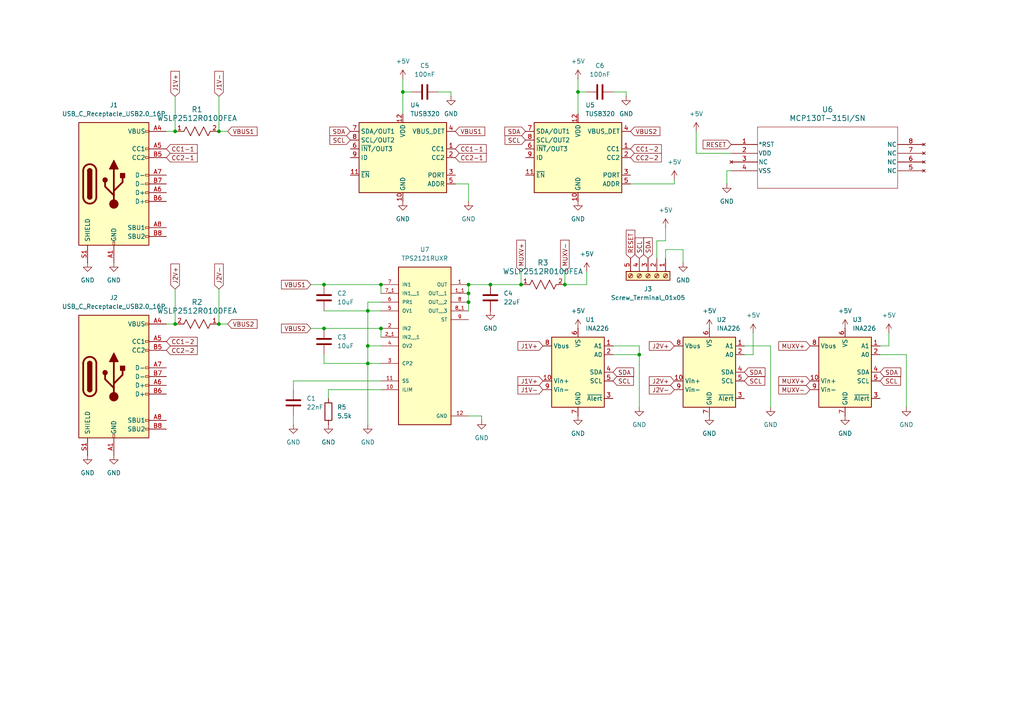
<source format=kicad_sch>
(kicad_sch (version 20250114) (generator "eeschema") (generator_version "9.0")
  (paper "A4")
  (lib_symbols
    (symbol "Connector:Screw_Terminal_01x05" (pin_names (offset 1.016) (hide yes))
      (property "Reference" "J" (at 0 7.62 0))
      (property "Value" "Screw_Terminal_01x05" (at 0 -7.62 0))
      (symbol "Screw_Terminal_01x05_1_1"
        (rectangle (start -1.27 6.35) (end 1.27 -6.35) (stroke (width 0.254)) (fill (type background)))
        (polyline (pts (xy -0.5334 5.4102) (xy 0.3302 4.572)) (stroke (width 0.1524)))
        (polyline (pts (xy -0.5334 2.8702) (xy 0.3302 2.032)) (stroke (width 0.1524)))
        (polyline (pts (xy -0.5334 0.3302) (xy 0.3302 -0.508)) (stroke (width 0.1524)))
        (polyline (pts (xy -0.5334 -2.2098) (xy 0.3302 -3.048)) (stroke (width 0.1524)))
        (polyline (pts (xy -0.5334 -4.7498) (xy 0.3302 -5.588)) (stroke (width 0.1524)))
        (polyline (pts (xy -0.3556 5.588) (xy 0.508 4.7498)) (stroke (width 0.1524)))
        (polyline (pts (xy -0.3556 3.048) (xy 0.508 2.2098)) (stroke (width 0.1524)))
        (polyline (pts (xy -0.3556 0.508) (xy 0.508 -0.3302)) (stroke (width 0.1524)))
        (polyline (pts (xy -0.3556 -2.032) (xy 0.508 -2.8702)) (stroke (width 0.1524)))
        (polyline (pts (xy -0.3556 -4.572) (xy 0.508 -5.4102)) (stroke (width 0.1524)))
        (circle (center 0 5.08) (radius 0.635) (stroke (width 0.1524)))
        (circle (center 0 2.54) (radius 0.635) (stroke (width 0.1524)))
        (circle (center 0 0) (radius 0.635) (stroke (width 0.1524)))
        (circle (center 0 -2.54) (radius 0.635) (stroke (width 0.1524)))
        (circle (center 0 -5.08) (radius 0.635) (stroke (width 0.1524)))
        (pin passive line (at -5.08 5.08 0) (length 3.81) (name "Pin_1") (number "1"))
        (pin passive line (at -5.08 2.54 0) (length 3.81) (name "Pin_2") (number "2"))
        (pin passive line (at -5.08 0 0) (length 3.81) (name "Pin_3") (number "3"))
        (pin passive line (at -5.08 -2.54 0) (length 3.81) (name "Pin_4") (number "4"))
        (pin passive line (at -5.08 -5.08 0) (length 3.81) (name "Pin_5") (number "5"))
      )
    )
    (symbol "Connector:USB_C_Receptacle_USB2.0_16P" (pin_names (offset 1.016))
      (property "Reference" "J" (at 0 22.225 0))
      (property "Value" "USB_C_Receptacle_USB2.0_16P" (at 0 19.685 0))
      (symbol "USB_C_Receptacle_USB2.0_16P_0_0"
        (rectangle (start -0.254 -17.78) (end 0.254 -16.764))
        (rectangle (start 10.16 15.494) (end 9.144 14.986))
        (rectangle (start 10.16 10.414) (end 9.144 9.906))
        (rectangle (start 10.16 7.874) (end 9.144 7.366))
        (rectangle (start 10.16 2.794) (end 9.144 2.286))
        (rectangle (start 10.16 0.254) (end 9.144 -0.254))
        (rectangle (start 10.16 -2.286) (end 9.144 -2.794))
        (rectangle (start 10.16 -4.826) (end 9.144 -5.334))
        (rectangle (start 10.16 -12.446) (end 9.144 -12.954))
        (rectangle (start 10.16 -14.986) (end 9.144 -15.494))
      )
      (symbol "USB_C_Receptacle_USB2.0_16P_0_1"
        (rectangle (start -10.16 17.78) (end 10.16 -17.78) (stroke (width 0.254)) (fill (type background)))
        (polyline (pts (xy -8.89 -3.81) (xy -8.89 3.81)) (stroke (width 0.508)))
        (rectangle (start -7.62 -3.81) (end -6.35 3.81) (stroke (width 0.254)) (fill (type outline)))
        (arc (start -7.62 3.81) (mid -6.985 4.4423) (end -6.35 3.81) (stroke (width 0.254)))
        (arc (start -7.62 3.81) (mid -6.985 4.4423) (end -6.35 3.81) (stroke (width 0.254)) (fill (type outline)))
        (arc (start -8.89 3.81) (mid -6.985 5.7067) (end -5.08 3.81) (stroke (width 0.508)))
        (arc (start -5.08 -3.81) (mid -6.985 -5.7067) (end -8.89 -3.81) (stroke (width 0.508)))
        (arc (start -6.35 -3.81) (mid -6.985 -4.4423) (end -7.62 -3.81) (stroke (width 0.254)))
        (arc (start -6.35 -3.81) (mid -6.985 -4.4423) (end -7.62 -3.81) (stroke (width 0.254)) (fill (type outline)))
        (polyline (pts (xy -5.08 3.81) (xy -5.08 -3.81)) (stroke (width 0.508)))
        (circle (center -2.54 1.143) (radius 0.635) (stroke (width 0.254)) (fill (type outline)))
        (polyline (pts (xy -1.27 4.318) (xy 0 6.858) (xy 1.27 4.318) (xy -1.27 4.318)) (stroke (width 0.254)) (fill (type outline)))
        (polyline (pts (xy 0 -2.032) (xy 2.54 0.508) (xy 2.54 1.778)) (stroke (width 0.508)))
        (polyline (pts (xy 0 -3.302) (xy -2.54 -0.762) (xy -2.54 0.508)) (stroke (width 0.508)))
        (polyline (pts (xy 0 -5.842) (xy 0 4.318)) (stroke (width 0.508)))
        (circle (center 0 -5.842) (radius 1.27) (fill (type outline)))
        (rectangle (start 1.905 1.778) (end 3.175 3.048) (stroke (width 0.254)) (fill (type outline)))
      )
      (symbol "USB_C_Receptacle_USB2.0_16P_1_1"
        (pin passive line (at -7.62 -22.86 90) (length 5.08) (name "SHIELD") (number "S1"))
        (pin passive line (at 0 -22.86 90) (length 5.08) (name "GND") (number "A1"))
        (pin passive line (at 0 -22.86 90) (length 5.08) (hide yes) (name "GND") (number "A12"))
        (pin passive line (at 0 -22.86 90) (length 5.08) (hide yes) (name "GND") (number "B1"))
        (pin passive line (at 0 -22.86 90) (length 5.08) (hide yes) (name "GND") (number "B12"))
        (pin passive line (at 15.24 15.24 180) (length 5.08) (name "VBUS") (number "A4"))
        (pin passive line (at 15.24 15.24 180) (length 5.08) (hide yes) (name "VBUS") (number "A9"))
        (pin passive line (at 15.24 15.24 180) (length 5.08) (hide yes) (name "VBUS") (number "B4"))
        (pin passive line (at 15.24 15.24 180) (length 5.08) (hide yes) (name "VBUS") (number "B9"))
        (pin bidirectional line (at 15.24 10.16 180) (length 5.08) (name "CC1") (number "A5"))
        (pin bidirectional line (at 15.24 7.62 180) (length 5.08) (name "CC2") (number "B5"))
        (pin bidirectional line (at 15.24 2.54 180) (length 5.08) (name "D-") (number "A7"))
        (pin bidirectional line (at 15.24 0 180) (length 5.08) (name "D-") (number "B7"))
        (pin bidirectional line (at 15.24 -2.54 180) (length 5.08) (name "D+") (number "A6"))
        (pin bidirectional line (at 15.24 -5.08 180) (length 5.08) (name "D+") (number "B6"))
        (pin bidirectional line (at 15.24 -12.7 180) (length 5.08) (name "SBU1") (number "A8"))
        (pin bidirectional line (at 15.24 -15.24 180) (length 5.08) (name "SBU2") (number "B8"))
      )
    )
    (symbol "Device:C" (pin_numbers (hide yes)) (pin_names (offset 0.254))
      (property "Reference" "C" (at 0.635 2.54 0))
      (property "Value" "C" (at 0.635 -2.54 0))
      (symbol "C_0_1"
        (polyline (pts (xy -2.032 0.762) (xy 2.032 0.762)) (stroke (width 0.508)))
        (polyline (pts (xy -2.032 -0.762) (xy 2.032 -0.762)) (stroke (width 0.508)))
      )
      (symbol "C_1_1"
        (pin passive line (at 0 3.81 270) (length 2.794) (name "~") (number "1"))
        (pin passive line (at 0 -3.81 90) (length 2.794) (name "~") (number "2"))
      )
    )
    (symbol "Device:R" (pin_numbers (hide yes)) (pin_names (offset 0))
      (property "Reference" "R" (at 2.032 0 90))
      (property "Value" "R" (at 0 0 90))
      (symbol "R_0_1"
        (rectangle (start -1.016 -2.54) (end 1.016 2.54) (stroke (width 0.254)))
      )
      (symbol "R_1_1"
        (pin passive line (at 0 3.81 270) (length 1.27) (name "~") (number "1"))
        (pin passive line (at 0 -3.81 90) (length 1.27) (name "~") (number "2"))
      )
    )
    (symbol "Interface_USB:TUSB320"
      (property "Reference" "U" (at -11.43 11.43 0))
      (property "Value" "TUSB320" (at 7.62 11.43 0))
      (symbol "TUSB320_0_1"
        (rectangle (start -12.7 10.16) (end 12.7 -10.16) (stroke (width 0.254)) (fill (type background)))
      )
      (symbol "TUSB320_1_1"
        (pin bidirectional line (at -15.24 7.62 0) (length 2.54) (name "SDA/OUT1") (number "7"))
        (pin bidirectional line (at -15.24 5.08 0) (length 2.54) (name "SCL/OUT2") (number "8"))
        (pin open_collector line (at -15.24 2.54 0) (length 2.54) (name "~{INT}/OUT3") (number "6"))
        (pin open_collector line (at -15.24 0 0) (length 2.54) (name "ID") (number "9"))
        (pin input line (at -15.24 -5.08 0) (length 2.54) (name "~{EN}") (number "11"))
        (pin power_in line (at 0 12.7 270) (length 2.54) (name "VDD") (number "12"))
        (pin power_in line (at 0 -12.7 90) (length 2.54) (name "GND") (number "10"))
        (pin input line (at 15.24 7.62 180) (length 2.54) (name "VBUS_DET") (number "4"))
        (pin bidirectional line (at 15.24 2.54 180) (length 2.54) (name "CC1") (number "1"))
        (pin bidirectional line (at 15.24 0 180) (length 2.54) (name "CC2") (number "2"))
        (pin input line (at 15.24 -5.08 180) (length 2.54) (name "PORT") (number "3"))
        (pin input line (at 15.24 -7.62 180) (length 2.54) (name "ADDR") (number "5"))
      )
    )
    (symbol "MCP130T-315I/SN:MCP130T-315I_SN" (pin_names (offset 0.254))
      (property "Reference" "U" (at 27.94 10.16 0))
      (property "Value" "MCP130T-315I/SN" (at 27.94 7.62 0))
      (symbol "MCP130T-315I_SN_0_1"
        (polyline (pts (xy 7.62 5.08) (xy 7.62 -12.7)) (stroke (width 0.127)))
        (polyline (pts (xy 7.62 -12.7) (xy 48.26 -12.7)) (stroke (width 0.127)))
        (polyline (pts (xy 48.26 5.08) (xy 7.62 5.08)) (stroke (width 0.127)))
        (polyline (pts (xy 48.26 -12.7) (xy 48.26 5.08)) (stroke (width 0.127)))
        (pin unspecified line (at 0 0 0) (length 7.62) (name "*RST") (number "1"))
        (pin power_in line (at 0 -2.54 0) (length 7.62) (name "VDD") (number "2"))
        (pin no_connect line (at 0 -5.08 0) (length 7.62) (name "NC") (number "3"))
        (pin power_in line (at 0 -7.62 0) (length 7.62) (name "VSS") (number "4"))
        (pin no_connect line (at 55.88 0 180) (length 7.62) (name "NC") (number "8"))
        (pin no_connect line (at 55.88 -2.54 180) (length 7.62) (name "NC") (number "7"))
        (pin no_connect line (at 55.88 -5.08 180) (length 7.62) (name "NC") (number "6"))
        (pin no_connect line (at 55.88 -7.62 180) (length 7.62) (name "NC") (number "5"))
      )
    )
    (symbol "Sensor_Energy:INA226"
      (property "Reference" "U" (at -6.35 11.43 0))
      (property "Value" "INA226" (at 3.81 11.43 0))
      (symbol "INA226_0_1"
        (rectangle (start 7.62 10.16) (end -7.62 -10.16) (stroke (width 0.254)) (fill (type background)))
      )
      (symbol "INA226_1_1"
        (pin input line (at -10.16 7.62 0) (length 2.54) (name "Vbus") (number "8"))
        (pin input line (at -10.16 -2.54 0) (length 2.54) (name "Vin+") (number "10"))
        (pin input line (at -10.16 -5.08 0) (length 2.54) (name "Vin-") (number "9"))
        (pin power_in line (at 0 12.7 270) (length 2.54) (name "VS") (number "6"))
        (pin power_in line (at 0 -12.7 90) (length 2.54) (name "GND") (number "7"))
        (pin input line (at 10.16 7.62 180) (length 2.54) (name "A1") (number "1"))
        (pin input line (at 10.16 5.08 180) (length 2.54) (name "A0") (number "2"))
        (pin bidirectional line (at 10.16 0 180) (length 2.54) (name "SDA") (number "4"))
        (pin input line (at 10.16 -2.54 180) (length 2.54) (name "SCL") (number "5"))
        (pin open_collector line (at 10.16 -7.62 180) (length 2.54) (name "~{Alert}") (number "3"))
      )
    )
    (symbol "TPS2121RUXR:TPS2121RUXR" (pin_names (offset 1.016))
      (property "Reference" "U" (at -7.62 21.082 0))
      (property "Value" "TPS2121RUXR" (at -7.62 -27.94 0))
      (symbol "TPS2121RUXR_0_0"
        (rectangle (start -7.62 -25.4) (end 7.62 20.32) (stroke (width 0.254)) (fill (type background)))
        (pin input line (at -12.7 15.24 0) (length 5.08) (name "IN1") (number "7"))
        (pin input line (at -12.7 12.7 0) (length 5.08) (name "IN1__1") (number "7_1"))
        (pin input line (at -12.7 10.16 0) (length 5.08) (name "PR1") (number "6"))
        (pin input line (at -12.7 7.62 0) (length 5.08) (name "OV1") (number "5"))
        (pin input line (at -12.7 2.54 0) (length 5.08) (name "IN2") (number "2"))
        (pin input line (at -12.7 0 0) (length 5.08) (name "IN2__1") (number "2_1"))
        (pin input line (at -12.7 -2.54 0) (length 5.08) (name "OV2") (number "4"))
        (pin input line (at -12.7 -7.62 0) (length 5.08) (name "CP2") (number "3"))
        (pin passive line (at -12.7 -12.7 0) (length 5.08) (name "SS") (number "11"))
        (pin passive line (at -12.7 -15.24 0) (length 5.08) (name "ILIM") (number "10"))
        (pin output line (at 12.7 15.24 180) (length 5.08) (name "OUT") (number "1"))
        (pin output line (at 12.7 12.7 180) (length 5.08) (name "OUT__1") (number "1_1"))
        (pin output line (at 12.7 10.16 180) (length 5.08) (name "OUT__2") (number "8"))
        (pin output line (at 12.7 7.62 180) (length 5.08) (name "OUT__3") (number "8_1"))
        (pin output line (at 12.7 5.08 180) (length 5.08) (name "ST") (number "9"))
        (pin power_in line (at 12.7 -22.86 180) (length 5.08) (name "GND") (number "12"))
      )
    )
    (symbol "WSLP2512R0100FEA:WSLP2512R0100FEA" (pin_names (offset 0.254))
      (property "Reference" "R" (at 5.715 3.81 0))
      (property "Value" "WSLP2512R0100FEA" (at 6.35 -3.81 0))
      (symbol "WSLP2512R0100FEA_1_1"
        (polyline (pts (xy 2.54 0) (xy 3.175 1.27)) (stroke (width 0.2032)))
        (polyline (pts (xy 3.175 1.27) (xy 4.445 -1.27)) (stroke (width 0.2032)))
        (polyline (pts (xy 4.445 -1.27) (xy 5.715 1.27)) (stroke (width 0.2032)))
        (polyline (pts (xy 5.715 1.27) (xy 6.985 -1.27)) (stroke (width 0.2032)))
        (polyline (pts (xy 6.985 -1.27) (xy 8.255 1.27)) (stroke (width 0.2032)))
        (polyline (pts (xy 8.255 1.27) (xy 9.525 -1.27)) (stroke (width 0.2032)))
        (polyline (pts (xy 9.525 -1.27) (xy 10.16 0)) (stroke (width 0.2032)))
        (pin unspecified line (at 0 0 0) (length 2.54) (name "") (number "1"))
        (pin unspecified line (at 12.7 0 180) (length 2.54) (name "") (number "2"))
      )
      (symbol "WSLP2512R0100FEA_1_2"
        (polyline (pts (xy 2.54 0) (xy 3.175 1.27)) (stroke (width 0.2032)))
        (polyline (pts (xy 3.175 1.27) (xy 4.445 -1.27)) (stroke (width 0.2032)))
        (polyline (pts (xy 4.445 -1.27) (xy 5.715 1.27)) (stroke (width 0.2032)))
        (polyline (pts (xy 5.715 1.27) (xy 6.985 -1.27)) (stroke (width 0.2032)))
        (polyline (pts (xy 6.985 -1.27) (xy 8.255 1.27)) (stroke (width 0.2032)))
        (polyline (pts (xy 8.255 1.27) (xy 9.525 -1.27)) (stroke (width 0.2032)))
        (polyline (pts (xy 9.525 -1.27) (xy 10.16 0)) (stroke (width 0.2032)))
        (pin unspecified line (at 0 0 0) (length 2.54) (name "") (number "1"))
        (pin unspecified line (at 12.7 0 180) (length 2.54) (name "") (number "2"))
      )
    )
    (symbol "power:+5V" (power) (pin_numbers (hide yes)) (pin_names (offset 0) (hide yes))
      (property "Value" "+5V" (at 0 3.556 0))
      (symbol "+5V_0_1"
        (polyline (pts (xy -0.762 1.27) (xy 0 2.54)))
        (polyline (pts (xy 0 2.54) (xy 0.762 1.27)))
        (polyline (pts (xy 0 0) (xy 0 2.54)))
      )
      (symbol "+5V_1_1"
        (pin power_in line (at 0 0 90) (length 0) (name "~") (number "1"))
      )
    )
    (symbol "power:GND" (power) (pin_numbers (hide yes)) (pin_names (offset 0) (hide yes))
      (property "Value" "GND" (at 0 -3.81 0))
      (symbol "GND_0_1"
        (polyline (pts (xy 0 0) (xy 0 -1.27) (xy 1.27 -1.27) (xy 0 -2.54) (xy -1.27 -1.27) (xy 0 -1.27)))
      )
      (symbol "GND_1_1"
        (pin power_in line (at 0 0 270) (length 0) (name "~") (number "1"))
      )
    )
  )
  (junction (at 110.49 82.55))
  (junction (at 106.68 100.33))
  (junction (at 93.98 82.55))
  (junction (at 142.24 82.55))
  (junction (at 50.8 93.98))
  (junction (at 110.49 95.25))
  (junction (at 163.83 82.55))
  (junction (at 116.84 26.67))
  (junction (at 135.89 87.63))
  (junction (at 63.5 38.1))
  (junction (at 106.68 90.17))
  (junction (at 185.42 102.87))
  (junction (at 135.89 82.55))
  (junction (at 50.8 38.1))
  (junction (at 167.64 26.67))
  (junction (at 93.98 95.25))
  (junction (at 106.68 105.41))
  (junction (at 151.13 82.55))
  (junction (at 135.89 85.09))
  (junction (at 63.5 93.98))
  (wire (pts (xy 177.8 102.87) (xy 185.42 102.87)))
  (wire (pts (xy 110.49 95.25) (xy 110.49 97.79)))
  (wire (pts (xy 177.8 100.33) (xy 185.42 100.33)))
  (wire (pts (xy 106.68 87.63) (xy 110.49 87.63)))
  (wire (pts (xy 93.98 82.55) (xy 110.49 82.55)))
  (wire (pts (xy 85.09 113.03) (xy 85.09 110.49)))
  (wire (pts (xy 181.61 26.67) (xy 181.61 27.94)))
  (wire (pts (xy 262.89 102.87) (xy 262.89 118.11)))
  (wire (pts (xy 170.18 82.55) (xy 163.83 82.55)))
  (wire (pts (xy 151.13 78.74) (xy 151.13 82.55)))
  (wire (pts (xy 167.64 22.86) (xy 167.64 26.67)))
  (wire (pts (xy 195.58 53.34) (xy 182.88 53.34)))
  (wire (pts (xy 85.09 110.49) (xy 110.49 110.49)))
  (wire (pts (xy 63.5 83.82) (xy 63.5 93.98)))
  (wire (pts (xy 85.09 120.65) (xy 85.09 123.19)))
  (wire (pts (xy 110.49 113.03) (xy 95.25 113.03)))
  (wire (pts (xy 255.27 102.87) (xy 262.89 102.87)))
  (wire (pts (xy 170.18 78.74) (xy 170.18 82.55)))
  (wire (pts (xy 106.68 100.33) (xy 110.49 100.33)))
  (wire (pts (xy 167.64 26.67) (xy 170.18 26.67)))
  (wire (pts (xy 142.24 82.55) (xy 151.13 82.55)))
  (wire (pts (xy 106.68 105.41) (xy 106.68 123.19)))
  (wire (pts (xy 198.12 72.39) (xy 198.12 76.2)))
  (wire (pts (xy 48.26 93.98) (xy 50.8 93.98)))
  (wire (pts (xy 212.09 44.45) (xy 201.93 44.45)))
  (wire (pts (xy 106.68 90.17) (xy 110.49 90.17)))
  (wire (pts (xy 139.7 121.92) (xy 139.7 120.65)))
  (wire (pts (xy 139.7 120.65) (xy 135.89 120.65)))
  (wire (pts (xy 193.04 69.85) (xy 190.5 69.85)))
  (wire (pts (xy 95.25 113.03) (xy 95.25 115.57)))
  (wire (pts (xy 50.8 27.94) (xy 50.8 38.1)))
  (wire (pts (xy 163.83 78.74) (xy 163.83 82.55)))
  (wire (pts (xy 93.98 95.25) (xy 90.17 95.25)))
  (wire (pts (xy 255.27 100.33) (xy 257.81 100.33)))
  (wire (pts (xy 63.5 27.94) (xy 63.5 38.1)))
  (wire (pts (xy 215.9 102.87) (xy 218.44 102.87)))
  (wire (pts (xy 190.5 69.85) (xy 190.5 74.93)))
  (wire (pts (xy 50.8 38.1) (xy 48.26 38.1)))
  (wire (pts (xy 185.42 100.33) (xy 185.42 102.87)))
  (wire (pts (xy 135.89 82.55) (xy 142.24 82.55)))
  (wire (pts (xy 116.84 26.67) (xy 116.84 33.02)))
  (wire (pts (xy 135.89 85.09) (xy 135.89 87.63)))
  (wire (pts (xy 167.64 26.67) (xy 167.64 33.02)))
  (wire (pts (xy 63.5 93.98) (xy 66.04 93.98)))
  (wire (pts (xy 116.84 26.67) (xy 119.38 26.67)))
  (wire (pts (xy 63.5 38.1) (xy 66.04 38.1)))
  (wire (pts (xy 130.81 26.67) (xy 130.81 27.94)))
  (wire (pts (xy 210.82 49.53) (xy 210.82 53.34)))
  (wire (pts (xy 223.52 100.33) (xy 223.52 118.11)))
  (wire (pts (xy 135.89 82.55) (xy 135.89 85.09)))
  (wire (pts (xy 110.49 82.55) (xy 110.49 85.09)))
  (wire (pts (xy 212.09 49.53) (xy 210.82 49.53)))
  (wire (pts (xy 106.68 90.17) (xy 106.68 100.33)))
  (wire (pts (xy 193.04 74.93) (xy 193.04 72.39)))
  (wire (pts (xy 193.04 72.39) (xy 198.12 72.39)))
  (wire (pts (xy 185.42 102.87) (xy 185.42 118.11)))
  (wire (pts (xy 257.81 96.52) (xy 257.81 100.33)))
  (wire (pts (xy 106.68 105.41) (xy 110.49 105.41)))
  (wire (pts (xy 106.68 87.63) (xy 106.68 90.17)))
  (wire (pts (xy 215.9 100.33) (xy 223.52 100.33)))
  (wire (pts (xy 132.08 53.34) (xy 135.89 53.34)))
  (wire (pts (xy 50.8 83.82) (xy 50.8 93.98)))
  (wire (pts (xy 116.84 22.86) (xy 116.84 26.67)))
  (wire (pts (xy 135.89 87.63) (xy 135.89 90.17)))
  (wire (pts (xy 93.98 90.17) (xy 106.68 90.17)))
  (wire (pts (xy 201.93 38.1) (xy 201.93 44.45)))
  (wire (pts (xy 93.98 105.41) (xy 106.68 105.41)))
  (wire (pts (xy 193.04 66.04) (xy 193.04 69.85)))
  (wire (pts (xy 93.98 95.25) (xy 110.49 95.25)))
  (wire (pts (xy 135.89 53.34) (xy 135.89 58.42)))
  (wire (pts (xy 218.44 96.52) (xy 218.44 102.87)))
  (wire (pts (xy 177.8 26.67) (xy 181.61 26.67)))
  (wire (pts (xy 93.98 102.87) (xy 93.98 105.41)))
  (wire (pts (xy 106.68 100.33) (xy 106.68 105.41)))
  (wire (pts (xy 90.17 82.55) (xy 93.98 82.55)))
  (wire (pts (xy 127 26.67) (xy 130.81 26.67)))
  (wire (pts (xy 195.58 52.07) (xy 195.58 53.34)))
  (global_label "J1V-" (shape input) (at 157.48 113.03 180) (property "Intersheetrefs" "${INTERSHEET_REFS}" (effects (hide yes))))
  (global_label "CC2-2" (shape input) (at 48.26 101.6 0) (property "Intersheetrefs" "${INTERSHEET_REFS}" (effects (hide yes))))
  (global_label "CC1-2" (shape input) (at 182.88 43.18 0) (property "Intersheetrefs" "${INTERSHEET_REFS}" (effects (hide yes))))
  (global_label "RESET" (shape input) (at 212.09 41.91 180) (property "Intersheetrefs" "${INTERSHEET_REFS}" (effects (hide yes))))
  (global_label "SDA" (shape input) (at 177.8 107.95 0) (property "Intersheetrefs" "${INTERSHEET_REFS}" (effects (hide yes))))
  (global_label "SDA" (shape input) (at 215.9 107.95 0) (property "Intersheetrefs" "${INTERSHEET_REFS}" (effects (hide yes))))
  (global_label "SCL" (shape input) (at 255.27 110.49 0) (property "Intersheetrefs" "${INTERSHEET_REFS}" (effects (hide yes))))
  (global_label "SDA" (shape input) (at 187.96 74.93 90) (property "Intersheetrefs" "${INTERSHEET_REFS}" (effects (hide yes))))
  (global_label "SCL" (shape input) (at 101.6 40.64 180) (property "Intersheetrefs" "${INTERSHEET_REFS}" (effects (hide yes))))
  (global_label "MUXV+" (shape input) (at 234.95 100.33 180) (property "Intersheetrefs" "${INTERSHEET_REFS}" (effects (hide yes))))
  (global_label "J1V-" (shape input) (at 63.5 27.94 90) (property "Intersheetrefs" "${INTERSHEET_REFS}" (effects (hide yes))))
  (global_label "J2V-" (shape input) (at 195.58 113.03 180) (property "Intersheetrefs" "${INTERSHEET_REFS}" (effects (hide yes))))
  (global_label "SCL" (shape input) (at 215.9 110.49 0) (property "Intersheetrefs" "${INTERSHEET_REFS}" (effects (hide yes))))
  (global_label "VBUS2" (shape input) (at 90.17 95.25 180) (property "Intersheetrefs" "${INTERSHEET_REFS}" (effects (hide yes))))
  (global_label "J2V+" (shape input) (at 195.58 100.33 180) (property "Intersheetrefs" "${INTERSHEET_REFS}" (effects (hide yes))))
  (global_label "J2V-" (shape input) (at 63.5 83.82 90) (property "Intersheetrefs" "${INTERSHEET_REFS}" (effects (hide yes))))
  (global_label "J2V+" (shape input) (at 195.58 110.49 180) (property "Intersheetrefs" "${INTERSHEET_REFS}" (effects (hide yes))))
  (global_label "MUXV+" (shape input) (at 234.95 110.49 180) (property "Intersheetrefs" "${INTERSHEET_REFS}" (effects (hide yes))))
  (global_label "J1V+" (shape input) (at 157.48 110.49 180) (property "Intersheetrefs" "${INTERSHEET_REFS}" (effects (hide yes))))
  (global_label "SCL" (shape input) (at 185.42 74.93 90) (property "Intersheetrefs" "${INTERSHEET_REFS}" (effects (hide yes))))
  (global_label "SCL" (shape input) (at 152.4 40.64 180) (property "Intersheetrefs" "${INTERSHEET_REFS}" (effects (hide yes))))
  (global_label "MUXV-" (shape input) (at 163.83 78.74 90) (property "Intersheetrefs" "${INTERSHEET_REFS}" (effects (hide yes))))
  (global_label "VBUS1" (shape input) (at 66.04 38.1 0) (property "Intersheetrefs" "${INTERSHEET_REFS}" (effects (hide yes))))
  (global_label "SDA" (shape input) (at 152.4 38.1 180) (property "Intersheetrefs" "${INTERSHEET_REFS}" (effects (hide yes))))
  (global_label "VBUS2" (shape input) (at 66.04 93.98 0) (property "Intersheetrefs" "${INTERSHEET_REFS}" (effects (hide yes))))
  (global_label "VBUS1" (shape input) (at 132.08 38.1 0) (property "Intersheetrefs" "${INTERSHEET_REFS}" (effects (hide yes))))
  (global_label "RESET" (shape input) (at 182.88 74.93 90) (property "Intersheetrefs" "${INTERSHEET_REFS}" (effects (hide yes))))
  (global_label "CC1-2" (shape input) (at 48.26 99.06 0) (property "Intersheetrefs" "${INTERSHEET_REFS}" (effects (hide yes))))
  (global_label "SDA" (shape input) (at 255.27 107.95 0) (property "Intersheetrefs" "${INTERSHEET_REFS}" (effects (hide yes))))
  (global_label "J2V+" (shape input) (at 50.8 83.82 90) (property "Intersheetrefs" "${INTERSHEET_REFS}" (effects (hide yes))))
  (global_label "CC1-1" (shape input) (at 48.26 43.18 0) (property "Intersheetrefs" "${INTERSHEET_REFS}" (effects (hide yes))))
  (global_label "VBUS1" (shape input) (at 90.17 82.55 180) (property "Intersheetrefs" "${INTERSHEET_REFS}" (effects (hide yes))))
  (global_label "J1V+" (shape input) (at 157.48 100.33 180) (property "Intersheetrefs" "${INTERSHEET_REFS}" (effects (hide yes))))
  (global_label "MUXV-" (shape input) (at 234.95 113.03 180) (property "Intersheetrefs" "${INTERSHEET_REFS}" (effects (hide yes))))
  (global_label "SCL" (shape input) (at 177.8 110.49 0) (property "Intersheetrefs" "${INTERSHEET_REFS}" (effects (hide yes))))
  (global_label "CC2-1" (shape input) (at 132.08 45.72 0) (property "Intersheetrefs" "${INTERSHEET_REFS}" (effects (hide yes))))
  (global_label "SDA" (shape input) (at 101.6 38.1 180) (property "Intersheetrefs" "${INTERSHEET_REFS}" (effects (hide yes))))
  (global_label "CC2-1" (shape input) (at 48.26 45.72 0) (property "Intersheetrefs" "${INTERSHEET_REFS}" (effects (hide yes))))
  (global_label "CC1-1" (shape input) (at 132.08 43.18 0) (property "Intersheetrefs" "${INTERSHEET_REFS}" (effects (hide yes))))
  (global_label "J1V+" (shape input) (at 50.8 27.94 90) (property "Intersheetrefs" "${INTERSHEET_REFS}" (effects (hide yes))))
  (global_label "CC2-2" (shape input) (at 182.88 45.72 0) (property "Intersheetrefs" "${INTERSHEET_REFS}" (effects (hide yes))))
  (global_label "VBUS2" (shape input) (at 182.88 38.1 0) (property "Intersheetrefs" "${INTERSHEET_REFS}" (effects (hide yes))))
  (global_label "MUXV+" (shape input) (at 151.13 78.74 90) (property "Intersheetrefs" "${INTERSHEET_REFS}" (effects (hide yes))))
  (symbol (lib_id "power:GND") (at 25.4 132.08 0) (unit 1)
    (property "Reference" "#PWR011" (effects (hide yes)))
    (property "Value" "GND" (at 25.4 137.16 0))
    (property "Description" "Power symbol creates a global label with name \"GND\" , ground" (effects (hide yes)))
  )
  (symbol (lib_id "power:GND") (at 116.84 58.42 0) (unit 1)
    (property "Reference" "#PWR08" (effects (hide yes)))
    (property "Value" "GND" (at 116.84 63.5 0))
    (property "Description" "Power symbol creates a global label with name \"GND\" , ground" (effects (hide yes)))
  )
  (symbol (lib_id "Device:C") (at 142.24 86.36 0) (unit 1)
    (property "Reference" "C4" (at 146.05 85.0899 0) (effects (justify left)))
    (property "Value" "22uF" (at 146.05 87.6299 0) (effects (justify left)))
    (property "Footprint" "Capacitor_SMD:C_0603_1608Metric" (effects (hide yes)))
    (property "Description" "Unpolarized capacitor" (effects (hide yes)))
  )
  (symbol (lib_id "Sensor_Energy:INA226") (at 167.64 107.95 0) (unit 1)
    (property "Reference" "U1" (at 169.7833 92.71 0) (effects (justify left)))
    (property "Value" "INA226" (at 169.7833 95.25 0) (effects (justify left)))
    (property "Footprint" "Package_SO:VSSOP-10_3x3mm_P0.5mm" (effects (hide yes)))
    (property "Datasheet" "http://www.ti.com/lit/ds/symlink/ina226.pdf" (effects (hide yes)))
    (property "Description" "High-Side or Low-Side Measurement, Bi-Directional Current and Power Monitor (0-36V) with I2C Compatible Interface, VSSOP-10" (effects (hide yes)))
  )
  (symbol (lib_id "Device:C") (at 85.09 116.84 0) (unit 1)
    (property "Reference" "C1" (at 88.9 115.5699 0) (effects (justify left)))
    (property "Value" "22nF" (at 88.9 118.1099 0) (effects (justify left)))
    (property "Footprint" "Capacitor_SMD:C_0603_1608Metric" (effects (hide yes)))
    (property "Description" "Unpolarized capacitor" (effects (hide yes)))
  )
  (symbol (lib_id "power:+5V") (at 201.93 38.1 0) (unit 1)
    (property "Reference" "#PWR012" (effects (hide yes)))
    (property "Value" "+5V" (at 201.93 33.02 0))
    (property "Description" "Power symbol creates a global label with name \"+5V\"" (effects (hide yes)))
  )
  (symbol (lib_id "power:GND") (at 210.82 53.34 0) (unit 1)
    (property "Reference" "#PWR013" (effects (hide yes)))
    (property "Value" "GND" (at 210.82 58.42 0))
    (property "Description" "Power symbol creates a global label with name \"GND\" , ground" (effects (hide yes)))
  )
  (symbol (lib_id "power:GND") (at 130.81 27.94 0) (unit 1)
    (property "Reference" "#PWR020" (effects (hide yes)))
    (property "Value" "GND" (at 130.81 33.02 0))
    (property "Description" "Power symbol creates a global label with name \"GND\" , ground" (effects (hide yes)))
  )
  (symbol (lib_id "power:GND") (at 85.09 123.19 0) (unit 1)
    (property "Reference" "#PWR017" (effects (hide yes)))
    (property "Value" "GND" (at 85.09 128.27 0))
    (property "Description" "Power symbol creates a global label with name \"GND\" , ground" (effects (hide yes)))
  )
  (symbol (lib_id "Sensor_Energy:INA226") (at 245.11 107.95 0) (unit 1)
    (property "Reference" "U3" (at 247.2533 92.71 0) (effects (justify left)))
    (property "Value" "INA226" (at 247.2533 95.25 0) (effects (justify left)))
    (property "Footprint" "Package_SO:VSSOP-10_3x3mm_P0.5mm" (effects (hide yes)))
    (property "Datasheet" "http://www.ti.com/lit/ds/symlink/ina226.pdf" (effects (hide yes)))
    (property "Description" "High-Side or Low-Side Measurement, Bi-Directional Current and Power Monitor (0-36V) with I2C Compatible Interface, VSSOP-10" (effects (hide yes)))
  )
  (symbol (lib_id "Connector:Screw_Terminal_01x05") (at 187.96 80.01 270) (unit 1)
    (property "Reference" "J3" (at 187.96 83.82 90))
    (property "Value" "Screw_Terminal_01x05" (at 187.96 86.36 90))
    (property "Footprint" "TerminalBlock:TerminalBlock_Xinya_XY308-2.54-5P_1x05_P2.54mm_Horizontal" (effects (hide yes)))
    (property "Description" "Generic screw terminal, single row, 01x05, script generated (kicad-library-utils/schlib/autogen/connector/)" (effects (hide yes)))
  )
  (symbol (lib_id "power:GND") (at 198.12 76.2 0) (unit 1)
    (property "Reference" "#PWR032" (effects (hide yes)))
    (property "Value" "GND" (at 198.12 81.28 0))
    (property "Description" "Power symbol creates a global label with name \"GND\" , ground" (effects (hide yes)))
  )
  (symbol (lib_id "MCP130T-315I/SN:MCP130T-315I_SN") (at 212.09 41.91 0) (unit 1)
    (property "Reference" "U6" (at 240.03 31.75 0) (effects (font (size 1.524 1.524))))
    (property "Value" "MCP130T-315I/SN" (at 240.03 34.29 0) (effects (font (size 1.524 1.524))))
    (property "Footprint" "MCP130T-315I/SN:SOIC8-N_MC_MCH" (effects (hide yes)))
    (property "Datasheet" "MCP130T-315I/SN" (effects (hide yes)))
  )
  (symbol (lib_id "power:+5V") (at 218.44 96.52 0) (unit 1)
    (property "Reference" "#PWR029" (effects (hide yes)))
    (property "Value" "+5V" (at 218.44 91.44 0))
    (property "Description" "Power symbol creates a global label with name \"+5V\"" (effects (hide yes)))
  )
  (symbol (lib_id "power:GND") (at 106.68 123.19 0) (unit 1)
    (property "Reference" "#PWR015" (effects (hide yes)))
    (property "Value" "GND" (at 106.68 128.27 0))
    (property "Description" "Power symbol creates a global label with name \"GND\" , ground" (effects (hide yes)))
  )
  (symbol (lib_id "power:GND") (at 167.64 58.42 0) (unit 1)
    (property "Reference" "#PWR07" (effects (hide yes)))
    (property "Value" "GND" (at 167.64 63.5 0))
    (property "Description" "Power symbol creates a global label with name \"GND\" , ground" (effects (hide yes)))
  )
  (symbol (lib_id "power:+5V") (at 257.81 96.52 0) (unit 1)
    (property "Reference" "#PWR031" (effects (hide yes)))
    (property "Value" "+5V" (at 257.81 91.44 0))
    (property "Description" "Power symbol creates a global label with name \"+5V\"" (effects (hide yes)))
  )
  (symbol (lib_id "WSLP2512R0100FEA:WSLP2512R0100FEA") (at 50.8 38.1 0) (unit 1)
    (property "Reference" "R1" (at 57.15 31.75 0) (effects (font (size 1.524 1.524))))
    (property "Value" "WSLP2512R0100FEA" (at 57.15 34.29 0) (effects (font (size 1.524 1.524))))
    (property "Footprint" "WSLP2512R0100FEA:RES_VISHAY_WSLP2512_C_VIS" (effects (hide yes)))
    (property "Datasheet" "https://www.vishay.com/doc?30122" (effects (hide yes)))
  )
  (symbol (lib_id "power:GND") (at 25.4 76.2 0) (unit 1)
    (property "Reference" "#PWR010" (effects (hide yes)))
    (property "Value" "GND" (at 25.4 81.28 0))
    (property "Description" "Power symbol creates a global label with name \"GND\" , ground" (effects (hide yes)))
  )
  (symbol (lib_id "power:GND") (at 139.7 121.92 0) (unit 1)
    (property "Reference" "#PWR06" (effects (hide yes)))
    (property "Value" "GND" (at 139.7 127 0))
    (property "Description" "Power symbol creates a global label with name \"GND\" , ground" (effects (hide yes)))
  )
  (symbol (lib_id "power:GND") (at 167.64 120.65 0) (unit 1)
    (property "Reference" "#PWR03" (effects (hide yes)))
    (property "Value" "GND" (at 167.64 125.73 0))
    (property "Description" "Power symbol creates a global label with name \"GND\" , ground" (effects (hide yes)))
  )
  (symbol (lib_id "power:GND") (at 95.25 123.19 0) (unit 1)
    (property "Reference" "#PWR016" (effects (hide yes)))
    (property "Value" "GND" (at 95.25 128.27 0))
    (property "Description" "Power symbol creates a global label with name \"GND\" , ground" (effects (hide yes)))
  )
  (symbol (lib_id "power:GND") (at 262.89 118.11 0) (unit 1)
    (property "Reference" "#PWR030" (effects (hide yes)))
    (property "Value" "GND" (at 262.89 123.19 0))
    (property "Description" "Power symbol creates a global label with name \"GND\" , ground" (effects (hide yes)))
  )
  (symbol (lib_id "Device:R") (at 95.25 119.38 0) (unit 1)
    (property "Reference" "R5" (at 97.79 118.1099 0) (effects (justify left)))
    (property "Value" "5.5k" (at 97.79 120.6499 0) (effects (justify left)))
    (property "Footprint" "Resistor_SMD:R_0201_0603Metric" (effects (hide yes)))
    (property "Description" "Resistor" (effects (hide yes)))
  )
  (symbol (lib_id "WSLP2512R0100FEA:WSLP2512R0100FEA") (at 63.5 93.98 180) (unit 1)
    (property "Reference" "R2" (at 57.15 87.63 0) (effects (font (size 1.524 1.524))))
    (property "Value" "WSLP2512R0100FEA" (at 57.15 90.17 0) (effects (font (size 1.524 1.524))))
    (property "Footprint" "WSLP2512R0100FEA:RES_VISHAY_WSLP2512_C_VIS" (effects (hide yes)))
    (property "Datasheet" "https://www.vishay.com/doc?30122" (effects (hide yes)))
  )
  (symbol (lib_id "power:GND") (at 142.24 90.17 0) (unit 1)
    (property "Reference" "#PWR014" (effects (hide yes)))
    (property "Value" "GND" (at 142.24 95.25 0))
    (property "Description" "Power symbol creates a global label with name \"GND\" , ground" (effects (hide yes)))
  )
  (symbol (lib_id "Interface_USB:TUSB320") (at 116.84 45.72 0) (unit 1)
    (property "Reference" "U4" (at 118.9833 30.48 0) (effects (justify left)))
    (property "Value" "TUSB320" (at 118.9833 33.02 0) (effects (justify left)))
    (property "Footprint" "Package_DFN_QFN:Texas_X2QFN-12_1.6x1.6mm_P0.4mm" (effects (hide yes)))
    (property "Datasheet" "http://www.ti.com/lit/ds/symlink/tusb320.pdf" (effects (hide yes)))
    (property "Description" "USB Type-C Configuration Channel Logic and Port Control, X2QFN-12" (effects (hide yes)))
  )
  (symbol (lib_id "WSLP2512R0100FEA:WSLP2512R0100FEA") (at 151.13 82.55 0) (unit 1)
    (property "Reference" "R3" (at 157.48 76.2 0) (effects (font (size 1.524 1.524))))
    (property "Value" "WSLP2512R0100FEA" (at 157.48 78.74 0) (effects (font (size 1.524 1.524))))
    (property "Footprint" "WSLP2512R0100FEA:RES_VISHAY_WSLP2512_C_VIS" (effects (hide yes)))
    (property "Datasheet" "https://www.vishay.com/doc?30122" (effects (hide yes)))
  )
  (symbol (lib_id "power:GND") (at 185.42 118.11 0) (unit 1)
    (property "Reference" "#PWR027" (effects (hide yes)))
    (property "Value" "GND" (at 185.42 123.19 0))
    (property "Description" "Power symbol creates a global label with name \"GND\" , ground" (effects (hide yes)))
  )
  (symbol (lib_id "power:GND") (at 245.11 120.65 0) (unit 1)
    (property "Reference" "#PWR05" (effects (hide yes)))
    (property "Value" "GND" (at 245.11 125.73 0))
    (property "Description" "Power symbol creates a global label with name \"GND\" , ground" (effects (hide yes)))
  )
  (symbol (lib_id "power:GND") (at 223.52 118.11 0) (unit 1)
    (property "Reference" "#PWR028" (effects (hide yes)))
    (property "Value" "GND" (at 223.52 123.19 0))
    (property "Description" "Power symbol creates a global label with name \"GND\" , ground" (effects (hide yes)))
  )
  (symbol (lib_id "power:+5V") (at 170.18 78.74 0) (unit 1)
    (property "Reference" "#PWR09" (effects (hide yes)))
    (property "Value" "+5V" (at 170.18 73.66 0))
    (property "Description" "Power symbol creates a global label with name \"+5V\"" (effects (hide yes)))
  )
  (symbol (lib_id "power:+5V") (at 167.64 22.86 0) (unit 1)
    (property "Reference" "#PWR019" (effects (hide yes)))
    (property "Value" "+5V" (at 167.64 17.78 0))
    (property "Description" "Power symbol creates a global label with name \"+5V\"" (effects (hide yes)))
  )
  (symbol (lib_id "power:+5V") (at 195.58 52.07 0) (unit 1)
    (property "Reference" "#PWR022" (effects (hide yes)))
    (property "Value" "+5V" (at 195.58 46.99 0))
    (property "Description" "Power symbol creates a global label with name \"+5V\"" (effects (hide yes)))
  )
  (symbol (lib_id "Interface_USB:TUSB320") (at 167.64 45.72 0) (unit 1)
    (property "Reference" "U5" (at 169.7833 30.48 0) (effects (justify left)))
    (property "Value" "TUSB320" (at 169.7833 33.02 0) (effects (justify left)))
    (property "Footprint" "Package_DFN_QFN:Texas_X2QFN-12_1.6x1.6mm_P0.4mm" (effects (hide yes)))
    (property "Datasheet" "http://www.ti.com/lit/ds/symlink/tusb320.pdf" (effects (hide yes)))
    (property "Description" "USB Type-C Configuration Channel Logic and Port Control, X2QFN-12" (effects (hide yes)))
  )
  (symbol (lib_id "Connector:USB_C_Receptacle_USB2.0_16P") (at 33.02 53.34 0) (unit 1)
    (property "Reference" "J1" (at 33.02 30.48 0))
    (property "Value" "USB_C_Receptacle_USB2.0_16P" (at 33.02 33.02 0))
    (property "Footprint" "TYPE-C-31-M-12:HRO_TYPE-C-31-M-12" (effects (hide yes)))
    (property "Datasheet" "https://www.usb.org/sites/default/files/documents/usb_type-c.zip" (effects (hide yes)))
    (property "Description" "USB 2.0-only 16P Type-C Receptacle connector" (effects (hide yes)))
  )
  (symbol (lib_id "Device:C") (at 173.99 26.67 90) (unit 1)
    (property "Reference" "C6" (at 173.99 19.05 90))
    (property "Value" "100nF" (at 173.99 21.59 90))
    (property "Footprint" "Capacitor_SMD:C_0603_1608Metric" (effects (hide yes)))
    (property "Description" "Unpolarized capacitor" (effects (hide yes)))
  )
  (symbol (lib_id "Device:C") (at 93.98 86.36 0) (unit 1)
    (property "Reference" "C2" (at 97.79 85.0899 0) (effects (justify left)))
    (property "Value" "10uF" (at 97.79 87.6299 0) (effects (justify left)))
    (property "Footprint" "Capacitor_SMD:C_0603_1608Metric" (effects (hide yes)))
    (property "Description" "Unpolarized capacitor" (effects (hide yes)))
  )
  (symbol (lib_id "Connector:USB_C_Receptacle_USB2.0_16P") (at 33.02 109.22 0) (unit 1)
    (property "Reference" "J2" (at 33.02 86.36 0))
    (property "Value" "USB_C_Receptacle_USB2.0_16P" (at 33.02 88.9 0))
    (property "Footprint" "TYPE-C-31-M-12:HRO_TYPE-C-31-M-12" (effects (hide yes)))
    (property "Datasheet" "https://www.usb.org/sites/default/files/documents/usb_type-c.zip" (effects (hide yes)))
    (property "Description" "USB 2.0-only 16P Type-C Receptacle connector" (effects (hide yes)))
  )
  (symbol (lib_id "power:GND") (at 205.74 120.65 0) (unit 1)
    (property "Reference" "#PWR04" (effects (hide yes)))
    (property "Value" "GND" (at 205.74 125.73 0))
    (property "Description" "Power symbol creates a global label with name \"GND\" , ground" (effects (hide yes)))
  )
  (symbol (lib_id "power:+5V") (at 193.04 66.04 0) (unit 1)
    (property "Reference" "#PWR033" (effects (hide yes)))
    (property "Value" "+5V" (at 193.04 60.96 0))
    (property "Description" "Power symbol creates a global label with name \"+5V\"" (effects (hide yes)))
  )
  (symbol (lib_id "Device:C") (at 93.98 99.06 0) (unit 1)
    (property "Reference" "C3" (at 97.79 97.7899 0) (effects (justify left)))
    (property "Value" "10uF" (at 97.79 100.3299 0) (effects (justify left)))
    (property "Footprint" "Capacitor_SMD:C_0603_1608Metric" (effects (hide yes)))
    (property "Description" "Unpolarized capacitor" (effects (hide yes)))
  )
  (symbol (lib_id "power:GND") (at 135.89 58.42 0) (unit 1)
    (property "Reference" "#PWR023" (effects (hide yes)))
    (property "Value" "GND" (at 135.89 63.5 0))
    (property "Description" "Power symbol creates a global label with name \"GND\" , ground" (effects (hide yes)))
  )
  (symbol (lib_id "Sensor_Energy:INA226") (at 205.74 107.95 0) (unit 1)
    (property "Reference" "U2" (at 207.8833 92.71 0) (effects (justify left)))
    (property "Value" "INA226" (at 207.8833 95.25 0) (effects (justify left)))
    (property "Footprint" "Package_SO:VSSOP-10_3x3mm_P0.5mm" (effects (hide yes)))
    (property "Datasheet" "http://www.ti.com/lit/ds/symlink/ina226.pdf" (effects (hide yes)))
    (property "Description" "High-Side or Low-Side Measurement, Bi-Directional Current and Power Monitor (0-36V) with I2C Compatible Interface, VSSOP-10" (effects (hide yes)))
  )
  (symbol (lib_id "power:GND") (at 33.02 132.08 0) (unit 1)
    (property "Reference" "#PWR02" (effects (hide yes)))
    (property "Value" "GND" (at 33.02 137.16 0))
    (property "Description" "Power symbol creates a global label with name \"GND\" , ground" (effects (hide yes)))
  )
  (symbol (lib_id "power:GND") (at 33.02 76.2 0) (unit 1)
    (property "Reference" "#PWR01" (effects (hide yes)))
    (property "Value" "GND" (at 33.02 81.28 0))
    (property "Description" "Power symbol creates a global label with name \"GND\" , ground" (effects (hide yes)))
  )
  (symbol (lib_id "Device:C") (at 123.19 26.67 90) (unit 1)
    (property "Reference" "C5" (at 123.19 19.05 90))
    (property "Value" "100nF" (at 123.19 21.59 90))
    (property "Footprint" "Capacitor_SMD:C_0603_1608Metric" (effects (hide yes)))
    (property "Description" "Unpolarized capacitor" (effects (hide yes)))
  )
  (symbol (lib_id "power:+5V") (at 245.11 95.25 0) (unit 1)
    (property "Reference" "#PWR026" (effects (hide yes)))
    (property "Value" "+5V" (at 245.11 90.17 0))
    (property "Description" "Power symbol creates a global label with name \"+5V\"" (effects (hide yes)))
  )
  (symbol (lib_id "power:+5V") (at 205.74 95.25 0) (unit 1)
    (property "Reference" "#PWR025" (effects (hide yes)))
    (property "Value" "+5V" (at 205.74 90.17 0))
    (property "Description" "Power symbol creates a global label with name \"+5V\"" (effects (hide yes)))
  )
  (symbol (lib_id "power:GND") (at 181.61 27.94 0) (unit 1)
    (property "Reference" "#PWR021" (effects (hide yes)))
    (property "Value" "GND" (at 181.61 33.02 0))
    (property "Description" "Power symbol creates a global label with name \"GND\" , ground" (effects (hide yes)))
  )
  (symbol (lib_id "power:+5V") (at 167.64 95.25 0) (unit 1)
    (property "Reference" "#PWR024" (effects (hide yes)))
    (property "Value" "+5V" (at 167.64 90.17 0))
    (property "Description" "Power symbol creates a global label with name \"+5V\"" (effects (hide yes)))
  )
  (symbol (lib_id "TPS2121RUXR:TPS2121RUXR") (at 123.19 97.79 0) (unit 1)
    (property "Reference" "U7" (at 123.19 72.39 0))
    (property "Value" "TPS2121RUXR" (at 123.19 74.93 0))
    (property "Footprint" "TPS2121RUXR:IC_TPS2121RUXR" (effects (hide yes)))
    (property "STANDARD" "Manufacturer Recommendations" (effects (hide yes)))
    (property "MANUFACTURER" "TEXAS INSTRUMENTS" (effects (hide yes)))
  )
  (symbol (lib_id "power:+5V") (at 116.84 22.86 0) (unit 1)
    (property "Reference" "#PWR018" (effects (hide yes)))
    (property "Value" "+5V" (at 116.84 17.78 0))
    (property "Description" "Power symbol creates a global label with name \"+5V\"" (effects (hide yes)))
  )
)
</source>
